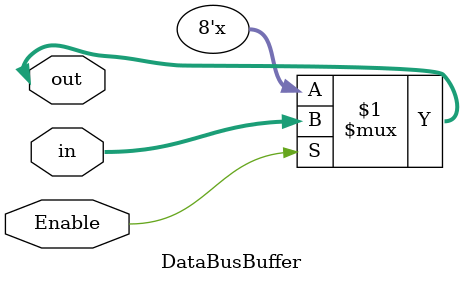
<source format=v>
`timescale 1ns / 1ps
module DataBusBuffer(
    inout [7:0] out,
    inout [7:0] in,
	 input Enable
    );
	 
assign out = Enable ? in : 8'bz;

endmodule

</source>
